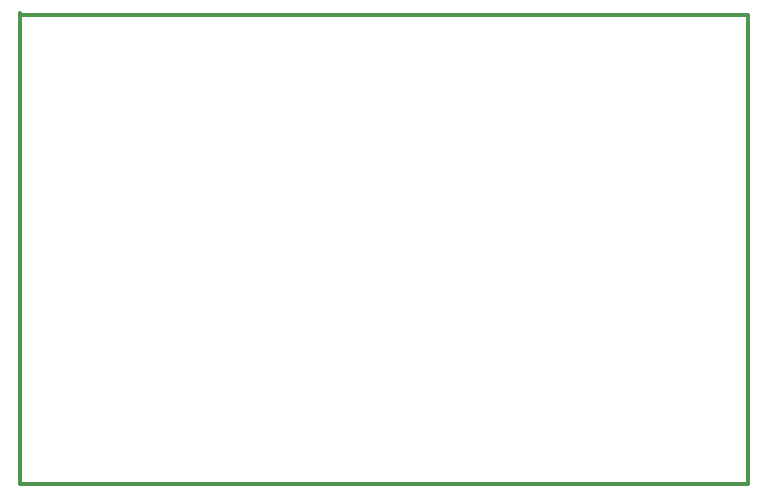
<source format=gbr>
%TF.GenerationSoftware,Altium Limited,Altium Designer,23.2.1 (34)*%
G04 Layer_Color=16711935*
%FSLAX45Y45*%
%MOMM*%
%TF.SameCoordinates,76BEBE9A-6656-4806-BAFE-41FAB228EB9C*%
%TF.FilePolarity,Positive*%
%TF.FileFunction,Keep-out,Top*%
%TF.Part,Single*%
G01*
G75*
%TA.AperFunction,NonConductor*%
%ADD37C,0.30000*%
D37*
X6159500Y3975100D02*
X6159500Y0D01*
X12700Y3975100D02*
X6159500D01*
X0Y0D02*
X6159500D01*
X0D02*
Y3987800D01*
%TF.MD5,f84b5ce4afbe33a44d0b3fc1f460bde2*%
M02*

</source>
